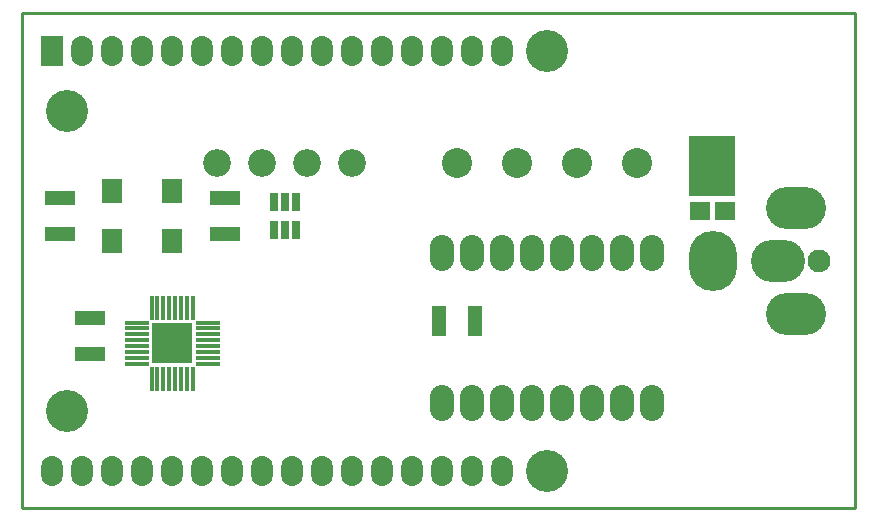
<source format=gbs>
G04 #@! TF.GenerationSoftware,KiCad,Pcbnew,no-vcs-found-36e5906~58~ubuntu16.04.1*
G04 #@! TF.CreationDate,2017-06-16T16:05:32-04:00*
G04 #@! TF.ProjectId,stepper_controller_3x2,737465707065725F636F6E74726F6C6C,1.0*
G04 #@! TF.SameCoordinates,Original
G04 #@! TF.FileFunction,Soldermask,Bot*
G04 #@! TF.FilePolarity,Negative*
%FSLAX46Y46*%
G04 Gerber Fmt 4.6, Leading zero omitted, Abs format (unit mm)*
G04 Created by KiCad (PCBNEW no-vcs-found-36e5906~58~ubuntu16.04.1) date Fri Jun 16 16:05:32 2017*
%MOMM*%
%LPD*%
G01*
G04 APERTURE LIST*
%ADD10C,0.100000*%
%ADD11C,0.228600*%
%ADD12C,3.556000*%
%ADD13O,1.854200X2.540000*%
%ADD14R,1.854200X2.540000*%
%ADD15R,2.540000X1.270000*%
%ADD16R,1.800000X2.000000*%
%ADD17R,2.075000X0.325000*%
%ADD18R,0.325000X2.075000*%
%ADD19R,3.475000X3.475000*%
%ADD20R,1.270000X2.540000*%
%ADD21R,4.000000X5.160000*%
%ADD22R,1.800000X1.640000*%
%ADD23C,1.930400*%
%ADD24O,4.572000X3.556000*%
%ADD25O,4.064000X5.080000*%
%ADD26O,5.080000X3.556000*%
%ADD27O,2.032000X3.048000*%
%ADD28C,2.540000*%
%ADD29C,2.340000*%
%ADD30R,0.762000X1.534160*%
G04 APERTURE END LIST*
D10*
D11*
X156210000Y-67945000D02*
X85725000Y-67945000D01*
X156210000Y-109855000D02*
X156210000Y-67945000D01*
X85725000Y-109855000D02*
X156210000Y-109855000D01*
X85725000Y-67945000D02*
X85725000Y-109855000D01*
D12*
X130175000Y-71120000D03*
X130175000Y-106680000D03*
X89535000Y-101600000D03*
X89535000Y-76200000D03*
D13*
X88265000Y-106680000D03*
X90805000Y-106680000D03*
X93345000Y-106680000D03*
X95885000Y-106680000D03*
X98425000Y-106680000D03*
X100965000Y-106680000D03*
X103505000Y-106680000D03*
X106045000Y-106680000D03*
X108585000Y-106680000D03*
X111125000Y-106680000D03*
X113665000Y-106680000D03*
X116205000Y-106680000D03*
X118745000Y-106680000D03*
X121285000Y-106680000D03*
X123825000Y-106680000D03*
X126365000Y-106680000D03*
X126365000Y-71120000D03*
X123825000Y-71120000D03*
X121285000Y-71120000D03*
X118745000Y-71120000D03*
X116205000Y-71120000D03*
X113665000Y-71120000D03*
X111125000Y-71120000D03*
X108585000Y-71120000D03*
X106045000Y-71120000D03*
X103505000Y-71120000D03*
X100965000Y-71120000D03*
X98425000Y-71120000D03*
X95885000Y-71120000D03*
D14*
X88265000Y-71120000D03*
D13*
X93345000Y-71120000D03*
X90805000Y-71120000D03*
D15*
X88900000Y-86614000D03*
X88900000Y-83566000D03*
X91440000Y-93726000D03*
X91440000Y-96774000D03*
D16*
X93345000Y-87190000D03*
X98425000Y-87190000D03*
X98425000Y-82990000D03*
X93345000Y-82990000D03*
D17*
X95425000Y-94135000D03*
X95425000Y-94635000D03*
X95425000Y-95135000D03*
X95425000Y-95635000D03*
X95425000Y-96135000D03*
X95425000Y-96635000D03*
X95425000Y-97135000D03*
X95425000Y-97635000D03*
X101425000Y-97635000D03*
X101425000Y-97135000D03*
X101425000Y-96635000D03*
X101425000Y-96135000D03*
X101425000Y-95635000D03*
X101425000Y-95135000D03*
X101425000Y-94635000D03*
X101425000Y-94135000D03*
D18*
X96675000Y-98885000D03*
X97175000Y-98885000D03*
X97675000Y-98885000D03*
X98175000Y-98885000D03*
X98675000Y-98885000D03*
X99175000Y-98885000D03*
X99675000Y-98885000D03*
X100175000Y-98885000D03*
X100175000Y-92885000D03*
X99675000Y-92885000D03*
X99175000Y-92885000D03*
X98675000Y-92885000D03*
X98175000Y-92885000D03*
X97675000Y-92885000D03*
X97175000Y-92885000D03*
X96675000Y-92885000D03*
D19*
X98425000Y-95885000D03*
D20*
X121031000Y-93980000D03*
X124079000Y-93980000D03*
D15*
X102870000Y-83566000D03*
X102870000Y-86614000D03*
D21*
X144145000Y-80895000D03*
D22*
X143080000Y-84695000D03*
X145210000Y-84695000D03*
D23*
X153212800Y-88900000D03*
D24*
X149707600Y-88900000D03*
D25*
X144221200Y-88900000D03*
D26*
X151206200Y-84404200D03*
X151206200Y-93395800D03*
D27*
X139065000Y-88265000D03*
X136525000Y-88265000D03*
X133985000Y-88265000D03*
X131445000Y-88265000D03*
X128905000Y-88265000D03*
X126365000Y-88265000D03*
X123825000Y-88265000D03*
X121285000Y-88265000D03*
X121285000Y-100965000D03*
X123825000Y-100965000D03*
X126365000Y-100965000D03*
X128905000Y-100965000D03*
X131445000Y-100965000D03*
X133985000Y-100965000D03*
X136525000Y-100965000D03*
X139065000Y-100965000D03*
D28*
X132715000Y-80645000D03*
X127635000Y-80645000D03*
X122555000Y-80645000D03*
X137795000Y-80645000D03*
D29*
X113665000Y-80645000D03*
X102235000Y-80645000D03*
X106045000Y-80645000D03*
X109855000Y-80645000D03*
D30*
X107000040Y-83891120D03*
X107950000Y-83891120D03*
X108899960Y-83891120D03*
X108899960Y-86288880D03*
X107950000Y-86288880D03*
X107000040Y-86288880D03*
M02*

</source>
